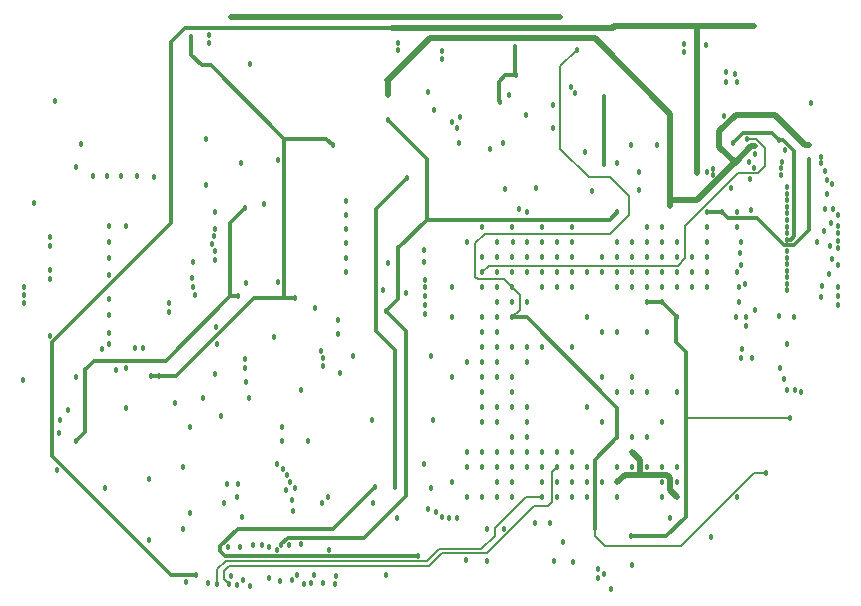
<source format=gbr>
G04 #@! TF.FileFunction,Copper,L5,Inr,Plane*
%FSLAX46Y46*%
G04 Gerber Fmt 4.6, Leading zero omitted, Abs format (unit mm)*
G04 Created by KiCad (PCBNEW 4.0.6-e0-6349~53~ubuntu16.04.1) date Sat May  6 10:48:22 2017*
%MOMM*%
%LPD*%
G01*
G04 APERTURE LIST*
%ADD10C,0.100000*%
%ADD11C,0.457200*%
%ADD12C,0.500000*%
%ADD13C,0.300000*%
%ADD14C,0.200000*%
G04 APERTURE END LIST*
D10*
D11*
X153200000Y-110600000D03*
X152600000Y-110600000D03*
X152000000Y-110600000D03*
X105918000Y-157035500D03*
X123444000Y-110744000D03*
X124206000Y-110744000D03*
X122555000Y-110744000D03*
X148323000Y-123050000D03*
X151587797Y-114645506D03*
X122936000Y-152273000D03*
X116713000Y-157734000D03*
X108648500Y-154686000D03*
X132105000Y-124348890D03*
X114808000Y-154432000D03*
X112141000Y-157353000D03*
X128778000Y-155829000D03*
X155952528Y-129635875D03*
X159385000Y-124841000D03*
X156591000Y-135255000D03*
X151993600Y-129792279D03*
X155800000Y-121100000D03*
X155400000Y-139500000D03*
X131940000Y-120510000D03*
X149540000Y-153810000D03*
X93540000Y-129171620D03*
X93540000Y-128470580D03*
X93540000Y-136867820D03*
X93540000Y-131970700D03*
X93540000Y-131269660D03*
X98614660Y-127510000D03*
X100014200Y-127510000D03*
X103640000Y-134068740D03*
X103640000Y-134767240D03*
X106553000Y-142113000D03*
X147265000Y-112110000D03*
X147240000Y-112810000D03*
X150845000Y-115325000D03*
X151785000Y-115325000D03*
X150845000Y-114485000D03*
X121793000Y-132969000D03*
X122174000Y-130678600D03*
X94361000Y-145034000D03*
X137900000Y-156000000D03*
X144957000Y-120700000D03*
X143421000Y-122974000D03*
X96202000Y-120541000D03*
X94002000Y-116941000D03*
X115402006Y-145741000D03*
X114805000Y-141400000D03*
X94202000Y-148141000D03*
X98202000Y-149741000D03*
X102002000Y-148941000D03*
X102002000Y-154141000D03*
X100752000Y-137840994D03*
X101413740Y-137850000D03*
X98602000Y-136541000D03*
X98602000Y-135091000D03*
X98602000Y-133691000D03*
X98602000Y-131641000D03*
X98602000Y-130191000D03*
X98602000Y-128841000D03*
X100005000Y-142900000D03*
X104140000Y-142494000D03*
X112882400Y-121963000D03*
X111671000Y-125646000D03*
X106805000Y-124077000D03*
X106807000Y-120142000D03*
X109766000Y-122150000D03*
X107061000Y-111379000D03*
X107060994Y-112014000D03*
X110528000Y-113830000D03*
X126746000Y-112692000D03*
X126746000Y-113411000D03*
X132461000Y-116459000D03*
X123063000Y-112014000D03*
X123063000Y-112649000D03*
X137791749Y-127638251D03*
X149225000Y-122936000D03*
X149733000Y-122682000D03*
X149733000Y-123190000D03*
X143421000Y-124460000D03*
X142875000Y-156210000D03*
X135255000Y-137795000D03*
X142875000Y-141605000D03*
X144145000Y-141605000D03*
X142875000Y-140335000D03*
X127635000Y-140335000D03*
X128905000Y-139065000D03*
X130175000Y-150495000D03*
X112882400Y-132275000D03*
X151765000Y-150495000D03*
X127635000Y-132715000D03*
X127635000Y-135255000D03*
X137795000Y-137795000D03*
X140335000Y-140335000D03*
X141605000Y-141605000D03*
X139065000Y-142875000D03*
X128905000Y-128905000D03*
X130175000Y-127635000D03*
X132715000Y-127635000D03*
X135255000Y-127635000D03*
X136205000Y-119250000D03*
X136205000Y-117250000D03*
X141605000Y-136525000D03*
X140335000Y-136525000D03*
X139065000Y-135255000D03*
X144145000Y-136525000D03*
X144145000Y-127635000D03*
X145415000Y-127635000D03*
X149225000Y-127635000D03*
X102112411Y-140228610D03*
X117513000Y-120693000D03*
X102813280Y-140208000D03*
X113405000Y-125730000D03*
X114300000Y-133604000D03*
X105537000Y-112268000D03*
X105537000Y-111506000D03*
X153289000Y-120749600D03*
X157861000Y-120634620D03*
X122174000Y-116459000D03*
X122174000Y-115824000D03*
X122155000Y-115150000D03*
X146050000Y-125349000D03*
X146050000Y-125857000D03*
X124714000Y-155448000D03*
X155957342Y-128678664D03*
X123805000Y-123444000D03*
X122800000Y-149600000D03*
X121100000Y-149600000D03*
X140455000Y-116600000D03*
X140455000Y-122308000D03*
X125387000Y-109850000D03*
X108877000Y-109850000D03*
X134912000Y-109850000D03*
X135801000Y-109850000D03*
X136774000Y-109850000D03*
X151384000Y-120523000D03*
X155340000Y-120271000D03*
X132969000Y-112395000D03*
X131705000Y-117050000D03*
X133005022Y-114753954D03*
X95758000Y-145700000D03*
X109474000Y-133477000D03*
X96516620Y-139700000D03*
X110105000Y-125984000D03*
X113157000Y-154559000D03*
X122005000Y-134750000D03*
X122205000Y-118550000D03*
X123063000Y-129413000D03*
X141605000Y-126365000D03*
X158051500Y-117094000D03*
X123761500Y-133159500D03*
X119205000Y-138550000D03*
X125805000Y-138550000D03*
X120805000Y-143950000D03*
X126005000Y-143950000D03*
X156250000Y-143800000D03*
X151200004Y-124300000D03*
X141605000Y-122150000D03*
X142748000Y-153797000D03*
X146685000Y-135255000D03*
X145415000Y-133985000D03*
X144145000Y-133985000D03*
X109410500Y-157924500D03*
X136271000Y-155892500D03*
X130619500Y-155892500D03*
X146050000Y-152273000D03*
X142875000Y-146685000D03*
X141605000Y-149225000D03*
X146685000Y-150495000D03*
X160337500Y-127508000D03*
X160274000Y-132715000D03*
X160274000Y-133477002D03*
X160274002Y-134239000D03*
X160274000Y-129413001D03*
X160274000Y-128777998D03*
X160274000Y-128143002D03*
X160274000Y-130810000D03*
X142875000Y-145415000D03*
X141605000Y-150495000D03*
X145415000Y-150495000D03*
X159639000Y-129206600D03*
X158956390Y-132588000D03*
X139065000Y-150495000D03*
X140462000Y-156972000D03*
X137795000Y-150495000D03*
X115062000Y-157861000D03*
X136525000Y-150495000D03*
X107759500Y-157797500D03*
X135255000Y-150495000D03*
X113030000Y-157607000D03*
X132715000Y-150495000D03*
X116586000Y-151003000D03*
X131445000Y-150495000D03*
X146685000Y-147955000D03*
X128905000Y-150495000D03*
X128048575Y-152264857D03*
X137033000Y-154253000D03*
X127635000Y-149225000D03*
X146685000Y-149225000D03*
X159666321Y-127294224D03*
X145415000Y-149225000D03*
X158496000Y-128836642D03*
X159512000Y-131572000D03*
X122047000Y-157035500D03*
X140335000Y-149225000D03*
X139954000Y-157353000D03*
X139065000Y-149225000D03*
X137795000Y-149225000D03*
X132016500Y-153162000D03*
X115697000Y-157734000D03*
X136525000Y-149225000D03*
X117729000Y-157861000D03*
X135255000Y-149225000D03*
X112762999Y-154953001D03*
X132715000Y-149225000D03*
X117094000Y-150495000D03*
X131445000Y-149225000D03*
X145415000Y-147955000D03*
X128905000Y-146685000D03*
X157200000Y-141600000D03*
X159111324Y-127979430D03*
X144145000Y-147955000D03*
X156618093Y-141434328D03*
X159766000Y-130302000D03*
X142875000Y-147955000D03*
X155967997Y-141390379D03*
X141605000Y-147955000D03*
X158877000Y-133556400D03*
X139954000Y-156591000D03*
X139065000Y-147955000D03*
X117221000Y-154952632D03*
X137795000Y-147955000D03*
X108775500Y-157861000D03*
X136525000Y-147955000D03*
X117770502Y-157193527D03*
X135255000Y-147955000D03*
X110744000Y-154559000D03*
X133985000Y-147955000D03*
X125222000Y-147701000D03*
X111506000Y-154559000D03*
X125870000Y-149720000D03*
X132715000Y-147955000D03*
X112141000Y-154686000D03*
X128905000Y-147955000D03*
X131445000Y-147955000D03*
X130605000Y-153150000D03*
X130175000Y-147955000D03*
X154200000Y-148400000D03*
X138200000Y-112600000D03*
X139700000Y-153100000D03*
X141605000Y-145415000D03*
X132715000Y-135255000D03*
X132715000Y-132715000D03*
X115951000Y-157099000D03*
X137795000Y-146685000D03*
X135890000Y-152653996D03*
X136525000Y-146685000D03*
X134620000Y-152654000D03*
X135255000Y-146685000D03*
X133985000Y-146685000D03*
X132715000Y-146685000D03*
X114046000Y-157480000D03*
X131445000Y-146685000D03*
X114506402Y-157099000D03*
X130175000Y-146685000D03*
X109664500Y-154686000D03*
X144145000Y-145415000D03*
X126238000Y-151765000D03*
X133985000Y-145415000D03*
X125603000Y-151511000D03*
X132715000Y-145415000D03*
X145415000Y-144145000D03*
X140335000Y-144145000D03*
X149140000Y-112210000D03*
X133985000Y-144145000D03*
X113665000Y-148590000D03*
X131445000Y-144145000D03*
X113919000Y-149225000D03*
X130175000Y-144145000D03*
X113538000Y-149860000D03*
X133985000Y-142875000D03*
X114300000Y-149733000D03*
X132715000Y-142875000D03*
X112776000Y-147701000D03*
X131445000Y-142875000D03*
X113284000Y-148082000D03*
X130175000Y-142875000D03*
X146685000Y-141605000D03*
X118600000Y-129000000D03*
X132715000Y-141605000D03*
X118100000Y-140000000D03*
X130175000Y-141605000D03*
X118600000Y-131400000D03*
X132715000Y-140335000D03*
X118600000Y-125400000D03*
X131445000Y-140335000D03*
X118600000Y-126600000D03*
X130175000Y-140335000D03*
X118600000Y-127800000D03*
X133985000Y-139065000D03*
X118000000Y-136700000D03*
X131445000Y-139065000D03*
X118000000Y-135500000D03*
X130175000Y-139065000D03*
X118600000Y-130200000D03*
X133985000Y-137795000D03*
X116000000Y-134500000D03*
X132715000Y-137795000D03*
X116700000Y-138700000D03*
X131445000Y-137795000D03*
X110400000Y-142100000D03*
X130175000Y-137795000D03*
X116507199Y-138100000D03*
X131445000Y-136525000D03*
X116718781Y-139338308D03*
X130175000Y-136525000D03*
X113792000Y-154559000D03*
X125349000Y-135001000D03*
X131445000Y-135255000D03*
X114147384Y-151629462D03*
X125349000Y-134239000D03*
X130175000Y-135255000D03*
X134005000Y-133950000D03*
X125205000Y-129550000D03*
X114046000Y-150749000D03*
X125349000Y-133477000D03*
X132715000Y-133985000D03*
X131405000Y-133950000D03*
X125205000Y-130550000D03*
X155951694Y-127007090D03*
X151886602Y-133916811D03*
X155945085Y-126449917D03*
X153289000Y-134619990D03*
X155965732Y-125893088D03*
X152549610Y-135210000D03*
X149225000Y-132715000D03*
X152549610Y-136010000D03*
X147955000Y-132715000D03*
X146685000Y-132715000D03*
X145415000Y-132715000D03*
X155956595Y-131864598D03*
X144145000Y-132715000D03*
X126111000Y-117729000D03*
X142875000Y-132715000D03*
X134747000Y-124333000D03*
X141605000Y-132715000D03*
X105092500Y-157670500D03*
X120967500Y-151003000D03*
X137795000Y-132715000D03*
X152123390Y-138715827D03*
X136525000Y-132715000D03*
X142748000Y-120650000D03*
X135255000Y-132715000D03*
X159750000Y-124000000D03*
X125349000Y-132715000D03*
X131445000Y-132715000D03*
X159350000Y-123600000D03*
X130175000Y-132715000D03*
X125349000Y-132080000D03*
X155955466Y-125335970D03*
X155946674Y-124778828D03*
X151900000Y-132700000D03*
X156000563Y-124224228D03*
X152412820Y-132412820D03*
X149225000Y-131445000D03*
X155475982Y-123179154D03*
X151740000Y-131410000D03*
X147955000Y-131445000D03*
X152146002Y-137922000D03*
X155568252Y-122066511D03*
X146685000Y-131445000D03*
X155959019Y-130750192D03*
X145415000Y-131445000D03*
X155954885Y-131307389D03*
X144145000Y-131445000D03*
X128231240Y-120523000D03*
X142875000Y-131445000D03*
X125603000Y-116205000D03*
X141605000Y-131445000D03*
X140335000Y-131445000D03*
X139065000Y-131445000D03*
X137795000Y-131445000D03*
X160274000Y-126619000D03*
X136477400Y-131445000D03*
X153035000Y-138684000D03*
X151696400Y-135255000D03*
X135255000Y-131445000D03*
X109537498Y-149352000D03*
X133985000Y-131445000D03*
X150622000Y-118237000D03*
X132715000Y-131445000D03*
X131445000Y-131445000D03*
X152590500Y-120142000D03*
X130175000Y-131445000D03*
X152091444Y-130810000D03*
X152908000Y-126174500D03*
X152096390Y-128910000D03*
X149225000Y-130175000D03*
X155509107Y-122620575D03*
X153308000Y-121414000D03*
X147955000Y-130175000D03*
X155948285Y-127564292D03*
X146685000Y-130175000D03*
X155948797Y-130193074D03*
X145415000Y-130175000D03*
X127635000Y-118749240D03*
X144145000Y-130175000D03*
X128019380Y-119249620D03*
X142875000Y-130175000D03*
X137690643Y-115731469D03*
X141605000Y-130175000D03*
X155953444Y-132421801D03*
X140335000Y-130175000D03*
X155321001Y-135128000D03*
X137795000Y-130175000D03*
X159884856Y-126078423D03*
X136525000Y-130175000D03*
X156004531Y-132976666D03*
X135255000Y-130175000D03*
X108331000Y-151003000D03*
X133985000Y-126301500D03*
X133985000Y-130175000D03*
X132715000Y-130175000D03*
X131445000Y-130175000D03*
X130175000Y-130175000D03*
X152809061Y-123520147D03*
X153170331Y-122588085D03*
X149225000Y-128905000D03*
X152740000Y-122100000D03*
X155949843Y-128121502D03*
X146685000Y-128905000D03*
X145415000Y-128905000D03*
X144145000Y-128905000D03*
X128270000Y-118248860D03*
X130810000Y-121031000D03*
X142875000Y-128905000D03*
X138002580Y-116252420D03*
X141605000Y-128905000D03*
X137795000Y-128905000D03*
X159233066Y-126038456D03*
X136525000Y-128905000D03*
X108585000Y-149352000D03*
X133985000Y-128905000D03*
X133286500Y-126047500D03*
X109410500Y-150495000D03*
X132764066Y-128855934D03*
X158821390Y-122206565D03*
X151765000Y-127635000D03*
X158821390Y-121649352D03*
X151765000Y-126365000D03*
X157861000Y-121920000D03*
X149225000Y-126365000D03*
X150495000Y-126365000D03*
X126746000Y-152146000D03*
X127381000Y-152273000D03*
X133858000Y-118110001D03*
X138905000Y-121250000D03*
X91376500Y-132715000D03*
X91313000Y-140589000D03*
X94389808Y-143925692D03*
X91355578Y-133370922D03*
X91366406Y-134058594D03*
X95758000Y-140335000D03*
X108077000Y-143637000D03*
X95117080Y-143123080D03*
X98002000Y-137941000D03*
X113202000Y-144541000D03*
X104802000Y-147941000D03*
X98602000Y-137541000D03*
X113202000Y-145741000D03*
X104802000Y-153141000D03*
X99202000Y-139741000D03*
X100002000Y-139541000D03*
X105854500Y-133350000D03*
X105727500Y-132651500D03*
X105600500Y-131953000D03*
X105727500Y-130556000D03*
X155701996Y-140462000D03*
X159200000Y-122850000D03*
X109855000Y-152146000D03*
X141097000Y-158242000D03*
X155956000Y-137541000D03*
X110553500Y-157988000D03*
X112569610Y-136906000D03*
X105410000Y-144526000D03*
X109924873Y-157471078D03*
X106934000Y-157734000D03*
X107569000Y-130429000D03*
X102405000Y-123360000D03*
X107569000Y-129667000D03*
X100965000Y-123317000D03*
X107315000Y-129032000D03*
X95758000Y-122555000D03*
X107442000Y-128397000D03*
X97193000Y-123317000D03*
X107569000Y-127762000D03*
X98381000Y-123317000D03*
X107569000Y-126365000D03*
X99606000Y-123317000D03*
X110202000Y-140741000D03*
X110202000Y-132341000D03*
X92201984Y-125541000D03*
X107569000Y-140081000D03*
X107639723Y-136087723D03*
X110109000Y-138811000D03*
X107696000Y-137541000D03*
X110109000Y-139573000D03*
X135255000Y-128905000D03*
X108902500Y-157162500D03*
X105473500Y-151828500D03*
X131445000Y-128905000D03*
X139446000Y-124587000D03*
D12*
X141368000Y-110600000D02*
X148400000Y-110600000D01*
X148400000Y-110600000D02*
X152876711Y-110600000D01*
X148323000Y-123050000D02*
X148323000Y-110677000D01*
X148323000Y-110677000D02*
X148400000Y-110600000D01*
X152876711Y-110600000D02*
X153200000Y-110600000D01*
X141224000Y-110744000D02*
X141368000Y-110600000D01*
D13*
X105918000Y-157035500D02*
X103804830Y-157035500D01*
X103804830Y-157035500D02*
X93789500Y-147020170D01*
X93789500Y-147020170D02*
X93789500Y-137326650D01*
X93789500Y-137326650D02*
X103822500Y-127293650D01*
X103822500Y-111950500D02*
X105029000Y-110744000D01*
X105029000Y-110744000D02*
X122555000Y-110744000D01*
X103822500Y-127293650D02*
X103822500Y-111950500D01*
D12*
X141224000Y-110744000D02*
X137160000Y-110744000D01*
X137160000Y-110744000D02*
X124206000Y-110744000D01*
X124206000Y-110744000D02*
X122555000Y-110744000D01*
D13*
X102435700Y-140228610D02*
X102112411Y-140228610D01*
X104246390Y-140228610D02*
X102435700Y-140228610D01*
X110871000Y-133604000D02*
X104246390Y-140228610D01*
X114300000Y-133604000D02*
X110871000Y-133604000D01*
X113411000Y-120142000D02*
X116962000Y-120142000D01*
X116962000Y-120142000D02*
X117513000Y-120693000D01*
X114300000Y-133604000D02*
X113411000Y-133604000D01*
X106426000Y-113919000D02*
X105537000Y-113030000D01*
X113411000Y-133604000D02*
X113411000Y-120142000D01*
X113411000Y-120142000D02*
X107188000Y-113919000D01*
X107188000Y-113919000D02*
X106426000Y-113919000D01*
X105537000Y-113030000D02*
X105537000Y-111506000D01*
D12*
X153289000Y-120749600D02*
X152950400Y-120749600D01*
X151638000Y-122062000D02*
X151638000Y-122227670D01*
X152950400Y-120749600D02*
X151638000Y-122062000D01*
X151516000Y-122227670D02*
X148394670Y-125349000D01*
X151638000Y-122227670D02*
X151516000Y-122227670D01*
X148394670Y-125349000D02*
X146373289Y-125349000D01*
X146373289Y-125349000D02*
X146050000Y-125349000D01*
X150241000Y-119507000D02*
X150241000Y-120830670D01*
X150241000Y-120830670D02*
X151638000Y-122227670D01*
X151638000Y-118110000D02*
X150241000Y-119507000D01*
X154940000Y-118110000D02*
X151638000Y-118110000D01*
X157464620Y-120634620D02*
X154940000Y-118110000D01*
X157861000Y-120634620D02*
X157464620Y-120634620D01*
X139688000Y-111633000D02*
X146050000Y-117995000D01*
X122174000Y-115824000D02*
X122174000Y-115189000D01*
X122174000Y-115189000D02*
X125730000Y-111633000D01*
X125730000Y-111633000D02*
X139688000Y-111633000D01*
X146050000Y-117995000D02*
X146050000Y-125349000D01*
X146050000Y-125349000D02*
X146050000Y-125857000D01*
X122174000Y-116459000D02*
X122174000Y-115169000D01*
X122174000Y-115169000D02*
X122155000Y-115150000D01*
D13*
X124714000Y-155448000D02*
X108394500Y-155448000D01*
X108394500Y-155448000D02*
X108013500Y-155067000D01*
X108013500Y-155067000D02*
X108013500Y-154612670D01*
X117538000Y-153162000D02*
X121100000Y-149600000D01*
X108013500Y-154612670D02*
X109464170Y-153162000D01*
X109464170Y-153162000D02*
X117538000Y-153162000D01*
X155340000Y-120271000D02*
X155663289Y-120271000D01*
X155663289Y-120271000D02*
X156591000Y-121198711D01*
X156591000Y-121198711D02*
X156591000Y-128368295D01*
X156280631Y-128678664D02*
X155957342Y-128678664D01*
X156591000Y-128368295D02*
X156280631Y-128678664D01*
X155340000Y-120271000D02*
X154703000Y-119634000D01*
X154703000Y-119634000D02*
X152273000Y-119634000D01*
X152273000Y-119634000D02*
X151384000Y-120523000D01*
X122800000Y-149600000D02*
X122800000Y-138040000D01*
X121158000Y-136398000D02*
X121158000Y-126091000D01*
X122800000Y-138040000D02*
X121158000Y-136398000D01*
X121158000Y-126091000D02*
X123805000Y-123444000D01*
X133005022Y-114753954D02*
X132134046Y-114753954D01*
X132134046Y-114753954D02*
X131572000Y-115316000D01*
X131572000Y-115316000D02*
X131572000Y-116917000D01*
X131572000Y-116917000D02*
X131705000Y-117050000D01*
X140455000Y-122308000D02*
X140455000Y-116600000D01*
D12*
X136774000Y-109850000D02*
X125387000Y-109850000D01*
X125387000Y-109850000D02*
X108877000Y-109850000D01*
D13*
X132969000Y-112395000D02*
X132969000Y-114717932D01*
X132969000Y-114717932D02*
X133005022Y-114753954D01*
X108855601Y-133460399D02*
X103378000Y-138938000D01*
X96520000Y-139700000D02*
X96516620Y-139700000D01*
X103378000Y-138938000D02*
X97282000Y-138938000D01*
X97282000Y-138938000D02*
X96520000Y-139700000D01*
X96516620Y-139700000D02*
X96516620Y-144941380D01*
X96516620Y-144941380D02*
X95758000Y-145700000D01*
X108855601Y-133460399D02*
X109457399Y-133460399D01*
X109457399Y-133460399D02*
X109474000Y-133477000D01*
X110105000Y-125984000D02*
X108855601Y-127233399D01*
X108855601Y-127233399D02*
X108855601Y-133460399D01*
X120142000Y-153924000D02*
X113718670Y-153924000D01*
X113718670Y-153924000D02*
X113157000Y-154485670D01*
X113157000Y-154485670D02*
X113157000Y-154559000D01*
X123698000Y-150368000D02*
X120142000Y-153924000D01*
X122005000Y-134750000D02*
X123698000Y-136443000D01*
X123698000Y-136443000D02*
X123698000Y-150368000D01*
X122005000Y-134750000D02*
X123063000Y-133692000D01*
X123063000Y-133692000D02*
X123063000Y-129413000D01*
X125476000Y-127000000D02*
X125476000Y-121821000D01*
X125476000Y-121821000D02*
X122205000Y-118550000D01*
X125476000Y-127000000D02*
X123063000Y-129413000D01*
X131191000Y-127000000D02*
X125476000Y-127000000D01*
X140970000Y-127000000D02*
X131191000Y-127000000D01*
X141605000Y-126365000D02*
X140970000Y-127000000D01*
X147405000Y-138150000D02*
X147405000Y-143800000D01*
X147405000Y-143800000D02*
X147405000Y-152150000D01*
D14*
X156250000Y-143800000D02*
X147405000Y-143800000D01*
D13*
X146685000Y-135255000D02*
X146605000Y-135335000D01*
X147405000Y-152150000D02*
X145758000Y-153797000D01*
X146605000Y-135335000D02*
X146605000Y-137350000D01*
X146605000Y-137350000D02*
X147405000Y-138150000D01*
X145758000Y-153797000D02*
X142748000Y-153797000D01*
X145415000Y-133985000D02*
X146685000Y-135255000D01*
X144145000Y-133985000D02*
X145415000Y-133985000D01*
D12*
X142875000Y-146685000D02*
X143510000Y-147320000D01*
X143510000Y-148590000D02*
X142240000Y-148590000D01*
X143510000Y-147320000D02*
X143510000Y-148590000D01*
X142240000Y-148590000D02*
X145796000Y-148590000D01*
X145796000Y-148590000D02*
X146050000Y-148844000D01*
X146050000Y-148844000D02*
X146050000Y-149860000D01*
X146050000Y-149860000D02*
X146685000Y-150495000D01*
X141605000Y-149225000D02*
X142240000Y-148590000D01*
D14*
X135255000Y-150495000D02*
X133858000Y-150495000D01*
X133858000Y-150495000D02*
X131254500Y-153098500D01*
X131254500Y-153098500D02*
X131254500Y-153733500D01*
X131254500Y-153733500D02*
X130094010Y-154893990D01*
X130094010Y-154893990D02*
X126474510Y-154893990D01*
X107759500Y-156591000D02*
X107759500Y-157797500D01*
X126474510Y-154893990D02*
X125476000Y-155892500D01*
X125476000Y-155892500D02*
X108458000Y-155892500D01*
X108458000Y-155892500D02*
X107759500Y-156591000D01*
X136096399Y-150923601D02*
X135779569Y-151240431D01*
X135779569Y-151240431D02*
X134572399Y-151240431D01*
X136096399Y-148383601D02*
X136096399Y-150923601D01*
X136525000Y-147955000D02*
X136096399Y-148383601D01*
X108775500Y-156273500D02*
X108331000Y-156718000D01*
X134572399Y-151240431D02*
X130618830Y-155194000D01*
X125666500Y-156273500D02*
X108775500Y-156273500D01*
X130618830Y-155194000D02*
X126746000Y-155194000D01*
X126746000Y-155194000D02*
X125666500Y-156273500D01*
X108331000Y-156718000D02*
X108331000Y-157416500D01*
X108331000Y-157416500D02*
X108775500Y-157861000D01*
X154200000Y-148400000D02*
X153225670Y-148400000D01*
X153225670Y-148400000D02*
X146975670Y-154650000D01*
X146975670Y-154650000D02*
X140600000Y-154650000D01*
X140600000Y-154650000D02*
X139700000Y-153750000D01*
X139700000Y-153750000D02*
X139700000Y-153100000D01*
X132715000Y-132715000D02*
X132000000Y-132000000D01*
X132000000Y-132000000D02*
X129800000Y-132000000D01*
X129600000Y-129000000D02*
X130400000Y-128200000D01*
X129800000Y-132000000D02*
X129600000Y-131800000D01*
X129600000Y-131800000D02*
X129600000Y-129000000D01*
X130400000Y-128200000D02*
X141000000Y-128200000D01*
X141000000Y-128200000D02*
X142600000Y-126600000D01*
X142600000Y-126600000D02*
X142600000Y-125000000D01*
X142600000Y-125000000D02*
X141000000Y-123400000D01*
X141000000Y-123400000D02*
X139200000Y-123400000D01*
X139200000Y-123400000D02*
X136800000Y-121000000D01*
X136800000Y-121000000D02*
X136800000Y-114000000D01*
X136800000Y-114000000D02*
X138200000Y-112600000D01*
D13*
X141605000Y-142905000D02*
X133955000Y-135255000D01*
X133955000Y-135255000D02*
X132715000Y-135255000D01*
X141605000Y-145415000D02*
X141605000Y-142905000D01*
X139700000Y-153100000D02*
X139700000Y-147320000D01*
X139700000Y-147320000D02*
X141605000Y-145415000D01*
D14*
X132715000Y-132715000D02*
X133350000Y-133350000D01*
X133350000Y-133350000D02*
X133350000Y-134620000D01*
X133350000Y-134620000D02*
X132715000Y-135255000D01*
X154114500Y-122428000D02*
X154114500Y-120938690D01*
X154114500Y-120938690D02*
X153317810Y-120142000D01*
X153317810Y-120142000D02*
X152590500Y-120142000D01*
X153525814Y-123016686D02*
X154114500Y-122428000D01*
X147383500Y-130238500D02*
X147383500Y-127482174D01*
X147383500Y-127482174D02*
X151848988Y-123016686D01*
X151848988Y-123016686D02*
X153525814Y-123016686D01*
X146748500Y-130873500D02*
X147383500Y-130238500D01*
X130746500Y-130873500D02*
X146748500Y-130873500D01*
X130175000Y-131445000D02*
X130746500Y-130873500D01*
D13*
X157861000Y-122243289D02*
X157861000Y-121920000D01*
X153413949Y-126843601D02*
X155727613Y-129157265D01*
X150973601Y-126843601D02*
X153413949Y-126843601D01*
X155727613Y-129157265D02*
X156592735Y-129157265D01*
X156592735Y-129157265D02*
X157861000Y-127889000D01*
X150495000Y-126365000D02*
X150973601Y-126843601D01*
X157861000Y-127889000D02*
X157861000Y-122243289D01*
X149225000Y-126365000D02*
X150495000Y-126365000D01*
M02*

</source>
